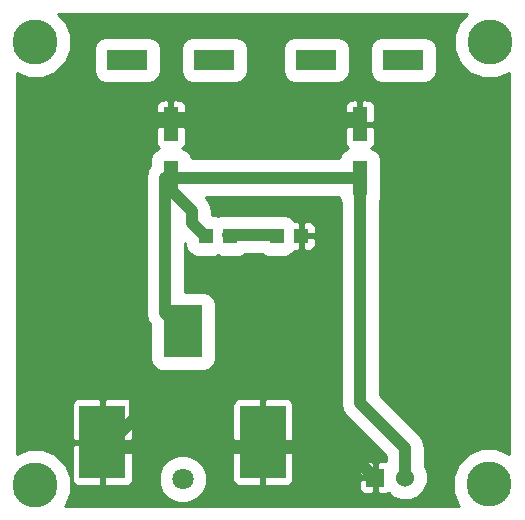
<source format=gtl>
G04 (created by PCBNEW-RS274X (2011-05-25)-stable) date Wed 01 Feb 2012 12:44:34 PM EST*
G01*
G70*
G90*
%MOIN*%
G04 Gerber Fmt 3.4, Leading zero omitted, Abs format*
%FSLAX34Y34*%
G04 APERTURE LIST*
%ADD10C,0.006000*%
%ADD11R,0.047200X0.047200*%
%ADD12R,0.129900X0.173200*%
%ADD13R,0.153500X0.244100*%
%ADD14C,0.070900*%
%ADD15C,0.150000*%
%ADD16R,0.050000X0.115000*%
%ADD17R,0.135000X0.065000*%
%ADD18R,0.060000X0.060000*%
%ADD19C,0.060000*%
%ADD20C,0.040000*%
%ADD21C,0.010000*%
G04 APERTURE END LIST*
G54D10*
G54D11*
X41713Y-38945D03*
X42539Y-38945D03*
X39351Y-38945D03*
X40177Y-38945D03*
G54D12*
X38583Y-42126D03*
G54D13*
X35906Y-45826D03*
X41260Y-45826D03*
G54D14*
X38583Y-47047D03*
G54D15*
X33662Y-32480D03*
X48819Y-32480D03*
X48780Y-47226D03*
X33662Y-47244D03*
G54D16*
X44488Y-35221D03*
X44488Y-37021D03*
G54D17*
X43038Y-33071D03*
X45938Y-33071D03*
G54D18*
X45000Y-47000D03*
G54D19*
X46000Y-47000D03*
G54D16*
X38189Y-35221D03*
X38189Y-37021D03*
G54D17*
X36739Y-33071D03*
X39639Y-33071D03*
G54D20*
X41260Y-45826D02*
X41500Y-46000D01*
X41500Y-46000D02*
X44000Y-46000D01*
X44000Y-46000D02*
X45000Y-47000D01*
X38189Y-35221D02*
X38000Y-35000D01*
X38000Y-35000D02*
X37500Y-35000D01*
X37500Y-35000D02*
X37000Y-35500D01*
X37000Y-35500D02*
X37008Y-38551D01*
X37008Y-38551D02*
X37000Y-39732D01*
X37000Y-39732D02*
X37000Y-45000D01*
X37000Y-45000D02*
X36000Y-46000D01*
X36000Y-46000D02*
X35906Y-45826D01*
X41260Y-45826D02*
X41500Y-46000D01*
X38189Y-35221D02*
X38000Y-35000D01*
X38000Y-35000D02*
X44500Y-35000D01*
X44500Y-35000D02*
X44488Y-35221D01*
X35906Y-45826D02*
X36000Y-46000D01*
X36000Y-46000D02*
X41500Y-46000D01*
X41500Y-46000D02*
X41260Y-45826D01*
X39351Y-38945D02*
X39300Y-38907D01*
X39300Y-38907D02*
X38907Y-38514D01*
X38907Y-38514D02*
X38907Y-38121D01*
X38907Y-38121D02*
X38121Y-37335D01*
X38121Y-37335D02*
X38121Y-36942D01*
X38121Y-36942D02*
X38189Y-37021D01*
X44488Y-37021D02*
X44500Y-37000D01*
X44500Y-37000D02*
X44500Y-44500D01*
X44500Y-44500D02*
X46000Y-46000D01*
X46000Y-46000D02*
X46000Y-47000D01*
X44488Y-37021D02*
X44500Y-37000D01*
X38189Y-37021D02*
X38000Y-37000D01*
X38000Y-37000D02*
X44500Y-37000D01*
X44500Y-37000D02*
X44488Y-37021D01*
X38189Y-37021D02*
X38000Y-37000D01*
X38000Y-37000D02*
X38000Y-41500D01*
X38000Y-41500D02*
X38500Y-42000D01*
X38500Y-42000D02*
X38583Y-42126D01*
X40177Y-38945D02*
X40086Y-38907D01*
X40086Y-38907D02*
X41658Y-38907D01*
X41658Y-38907D02*
X41713Y-38945D01*
G54D10*
G36*
X49450Y-46204D02*
X49019Y-46026D01*
X48542Y-46026D01*
X48101Y-46208D01*
X47763Y-46546D01*
X47580Y-46987D01*
X47580Y-47464D01*
X47762Y-47905D01*
X47807Y-47950D01*
X47062Y-47950D01*
X47062Y-33486D01*
X47062Y-33307D01*
X47062Y-32657D01*
X46994Y-32492D01*
X46868Y-32366D01*
X46703Y-32297D01*
X46524Y-32297D01*
X45174Y-32297D01*
X45009Y-32365D01*
X44883Y-32491D01*
X44814Y-32656D01*
X44814Y-32835D01*
X44814Y-33485D01*
X44882Y-33650D01*
X45008Y-33776D01*
X45173Y-33845D01*
X45352Y-33845D01*
X46702Y-33845D01*
X46867Y-33777D01*
X46993Y-33651D01*
X47062Y-33486D01*
X47062Y-47950D01*
X46749Y-47950D01*
X46749Y-47150D01*
X46749Y-46852D01*
X46650Y-46613D01*
X46650Y-46000D01*
X46601Y-45751D01*
X46460Y-45540D01*
X46456Y-45537D01*
X45150Y-44230D01*
X45150Y-37774D01*
X45187Y-37686D01*
X45187Y-37507D01*
X45187Y-36357D01*
X45119Y-36192D01*
X44993Y-36066D01*
X44865Y-36012D01*
X44879Y-36007D01*
X44949Y-35937D01*
X44987Y-35846D01*
X44987Y-35747D01*
X44988Y-35333D01*
X44988Y-35109D01*
X44987Y-34695D01*
X44987Y-34596D01*
X44949Y-34505D01*
X44879Y-34435D01*
X44787Y-34397D01*
X44600Y-34396D01*
X44538Y-34458D01*
X44538Y-35171D01*
X44926Y-35171D01*
X44988Y-35109D01*
X44988Y-35333D01*
X44926Y-35271D01*
X44588Y-35271D01*
X44538Y-35271D01*
X44438Y-35271D01*
X44438Y-35171D01*
X44438Y-34458D01*
X44376Y-34396D01*
X44189Y-34397D01*
X44162Y-34408D01*
X44162Y-33486D01*
X44162Y-33307D01*
X44162Y-32657D01*
X44094Y-32492D01*
X43968Y-32366D01*
X43803Y-32297D01*
X43624Y-32297D01*
X42274Y-32297D01*
X42109Y-32365D01*
X41983Y-32491D01*
X41914Y-32656D01*
X41914Y-32835D01*
X41914Y-33485D01*
X41982Y-33650D01*
X42108Y-33776D01*
X42273Y-33845D01*
X42452Y-33845D01*
X43802Y-33845D01*
X43967Y-33777D01*
X44093Y-33651D01*
X44162Y-33486D01*
X44162Y-34408D01*
X44097Y-34435D01*
X44027Y-34505D01*
X43989Y-34596D01*
X43989Y-34695D01*
X43988Y-35109D01*
X44050Y-35171D01*
X44438Y-35171D01*
X44438Y-35271D01*
X44388Y-35271D01*
X44050Y-35271D01*
X43988Y-35333D01*
X43989Y-35747D01*
X43989Y-35846D01*
X44027Y-35937D01*
X44097Y-36007D01*
X44110Y-36012D01*
X43984Y-36065D01*
X43858Y-36191D01*
X43791Y-36350D01*
X40763Y-36350D01*
X40763Y-33486D01*
X40763Y-33307D01*
X40763Y-32657D01*
X40695Y-32492D01*
X40569Y-32366D01*
X40404Y-32297D01*
X40225Y-32297D01*
X38875Y-32297D01*
X38710Y-32365D01*
X38584Y-32491D01*
X38515Y-32656D01*
X38515Y-32835D01*
X38515Y-33485D01*
X38583Y-33650D01*
X38709Y-33776D01*
X38874Y-33845D01*
X39053Y-33845D01*
X40403Y-33845D01*
X40568Y-33777D01*
X40694Y-33651D01*
X40763Y-33486D01*
X40763Y-36350D01*
X38885Y-36350D01*
X38820Y-36192D01*
X38694Y-36066D01*
X38566Y-36012D01*
X38580Y-36007D01*
X38650Y-35937D01*
X38688Y-35846D01*
X38688Y-35747D01*
X38689Y-35333D01*
X38689Y-35109D01*
X38688Y-34695D01*
X38688Y-34596D01*
X38650Y-34505D01*
X38580Y-34435D01*
X38488Y-34397D01*
X38301Y-34396D01*
X38239Y-34458D01*
X38239Y-35171D01*
X38627Y-35171D01*
X38689Y-35109D01*
X38689Y-35333D01*
X38627Y-35271D01*
X38289Y-35271D01*
X38239Y-35271D01*
X38139Y-35271D01*
X38139Y-35171D01*
X38139Y-34458D01*
X38077Y-34396D01*
X37890Y-34397D01*
X37863Y-34408D01*
X37863Y-33486D01*
X37863Y-33307D01*
X37863Y-32657D01*
X37795Y-32492D01*
X37669Y-32366D01*
X37504Y-32297D01*
X37325Y-32297D01*
X35975Y-32297D01*
X35810Y-32365D01*
X35684Y-32491D01*
X35615Y-32656D01*
X35615Y-32835D01*
X35615Y-33485D01*
X35683Y-33650D01*
X35809Y-33776D01*
X35974Y-33845D01*
X36153Y-33845D01*
X37503Y-33845D01*
X37668Y-33777D01*
X37794Y-33651D01*
X37863Y-33486D01*
X37863Y-34408D01*
X37798Y-34435D01*
X37728Y-34505D01*
X37690Y-34596D01*
X37690Y-34695D01*
X37689Y-35109D01*
X37751Y-35171D01*
X38139Y-35171D01*
X38139Y-35271D01*
X38089Y-35271D01*
X37751Y-35271D01*
X37689Y-35333D01*
X37690Y-35747D01*
X37690Y-35846D01*
X37728Y-35937D01*
X37798Y-36007D01*
X37811Y-36012D01*
X37685Y-36065D01*
X37559Y-36191D01*
X37490Y-36356D01*
X37490Y-36535D01*
X37490Y-36614D01*
X37488Y-36616D01*
X37430Y-36687D01*
X37419Y-36720D01*
X37399Y-36751D01*
X37380Y-36843D01*
X37354Y-36929D01*
X37356Y-36964D01*
X37350Y-37000D01*
X37350Y-41495D01*
X37349Y-41500D01*
X37399Y-41749D01*
X37485Y-41877D01*
X37485Y-43081D01*
X37553Y-43246D01*
X37679Y-43372D01*
X37844Y-43441D01*
X38023Y-43441D01*
X39321Y-43441D01*
X39486Y-43373D01*
X39612Y-43247D01*
X39681Y-43082D01*
X39681Y-42903D01*
X39681Y-41171D01*
X39613Y-41006D01*
X39487Y-40880D01*
X39322Y-40811D01*
X39143Y-40811D01*
X38650Y-40811D01*
X38650Y-39176D01*
X38666Y-39192D01*
X38666Y-39270D01*
X38734Y-39435D01*
X38860Y-39561D01*
X39025Y-39630D01*
X39204Y-39630D01*
X39676Y-39630D01*
X39764Y-39593D01*
X39851Y-39630D01*
X40030Y-39630D01*
X40502Y-39630D01*
X40667Y-39562D01*
X40672Y-39557D01*
X41218Y-39557D01*
X41222Y-39561D01*
X41387Y-39630D01*
X41566Y-39630D01*
X42038Y-39630D01*
X42203Y-39562D01*
X42329Y-39436D01*
X42331Y-39430D01*
X42427Y-39431D01*
X42489Y-39369D01*
X42489Y-39045D01*
X42489Y-38995D01*
X42489Y-38895D01*
X42489Y-38845D01*
X42489Y-38521D01*
X42427Y-38459D01*
X42331Y-38459D01*
X42330Y-38455D01*
X42204Y-38329D01*
X42039Y-38260D01*
X41860Y-38260D01*
X41673Y-38260D01*
X41658Y-38257D01*
X40092Y-38257D01*
X40088Y-38256D01*
X40067Y-38260D01*
X39852Y-38260D01*
X39763Y-38296D01*
X39677Y-38260D01*
X39572Y-38260D01*
X39557Y-38244D01*
X39557Y-38121D01*
X39508Y-37872D01*
X39367Y-37661D01*
X39363Y-37658D01*
X39355Y-37650D01*
X43789Y-37650D01*
X43789Y-37685D01*
X43850Y-37833D01*
X43850Y-44495D01*
X43849Y-44500D01*
X43899Y-44749D01*
X44040Y-44960D01*
X45350Y-46269D01*
X45350Y-46451D01*
X45349Y-46451D01*
X45112Y-46450D01*
X45050Y-46512D01*
X45050Y-46900D01*
X45050Y-46950D01*
X45050Y-47050D01*
X45050Y-47100D01*
X45050Y-47488D01*
X45112Y-47550D01*
X45349Y-47549D01*
X45441Y-47511D01*
X45446Y-47505D01*
X45575Y-47634D01*
X45850Y-47749D01*
X46148Y-47749D01*
X46423Y-47635D01*
X46634Y-47425D01*
X46749Y-47150D01*
X46749Y-47950D01*
X44950Y-47950D01*
X44950Y-47488D01*
X44950Y-47050D01*
X44950Y-46950D01*
X44950Y-46512D01*
X44888Y-46450D01*
X44651Y-46451D01*
X44559Y-46489D01*
X44489Y-46559D01*
X44451Y-46650D01*
X44451Y-46749D01*
X44450Y-46888D01*
X44512Y-46950D01*
X44950Y-46950D01*
X44950Y-47050D01*
X44512Y-47050D01*
X44450Y-47112D01*
X44451Y-47251D01*
X44451Y-47350D01*
X44489Y-47441D01*
X44559Y-47511D01*
X44651Y-47549D01*
X44888Y-47550D01*
X44950Y-47488D01*
X44950Y-47950D01*
X43025Y-47950D01*
X43025Y-39057D01*
X43025Y-38833D01*
X43024Y-38758D01*
X43024Y-38659D01*
X42986Y-38568D01*
X42916Y-38498D01*
X42824Y-38460D01*
X42651Y-38459D01*
X42589Y-38521D01*
X42589Y-38895D01*
X42963Y-38895D01*
X43025Y-38833D01*
X43025Y-39057D01*
X42963Y-38995D01*
X42589Y-38995D01*
X42589Y-39369D01*
X42651Y-39431D01*
X42824Y-39430D01*
X42916Y-39392D01*
X42986Y-39322D01*
X43024Y-39231D01*
X43024Y-39132D01*
X43025Y-39057D01*
X43025Y-47950D01*
X42277Y-47950D01*
X42277Y-45938D01*
X42277Y-45714D01*
X42276Y-44655D01*
X42276Y-44556D01*
X42238Y-44465D01*
X42168Y-44395D01*
X42076Y-44357D01*
X41372Y-44356D01*
X41310Y-44418D01*
X41310Y-45776D01*
X42215Y-45776D01*
X42277Y-45714D01*
X42277Y-45938D01*
X42215Y-45876D01*
X41310Y-45876D01*
X41310Y-47234D01*
X41372Y-47296D01*
X42076Y-47295D01*
X42168Y-47257D01*
X42238Y-47187D01*
X42276Y-47096D01*
X42276Y-46997D01*
X42277Y-45938D01*
X42277Y-47950D01*
X41210Y-47950D01*
X41210Y-47234D01*
X41210Y-45876D01*
X41210Y-45776D01*
X41210Y-44418D01*
X41148Y-44356D01*
X40444Y-44357D01*
X40352Y-44395D01*
X40282Y-44465D01*
X40244Y-44556D01*
X40244Y-44655D01*
X40243Y-45714D01*
X40305Y-45776D01*
X41210Y-45776D01*
X41210Y-45876D01*
X40305Y-45876D01*
X40243Y-45938D01*
X40244Y-46997D01*
X40244Y-47096D01*
X40282Y-47187D01*
X40352Y-47257D01*
X40444Y-47295D01*
X41148Y-47296D01*
X41210Y-47234D01*
X41210Y-47950D01*
X39386Y-47950D01*
X39386Y-47207D01*
X39386Y-46888D01*
X39264Y-46593D01*
X39038Y-46367D01*
X38743Y-46244D01*
X38424Y-46244D01*
X38129Y-46366D01*
X37903Y-46592D01*
X37780Y-46887D01*
X37780Y-47206D01*
X37902Y-47501D01*
X38128Y-47727D01*
X38423Y-47850D01*
X38742Y-47850D01*
X39037Y-47728D01*
X39263Y-47502D01*
X39386Y-47207D01*
X39386Y-47950D01*
X36923Y-47950D01*
X36923Y-45938D01*
X36923Y-45714D01*
X36922Y-44655D01*
X36922Y-44556D01*
X36884Y-44465D01*
X36814Y-44395D01*
X36722Y-44357D01*
X36018Y-44356D01*
X35956Y-44418D01*
X35956Y-45776D01*
X36861Y-45776D01*
X36923Y-45714D01*
X36923Y-45938D01*
X36861Y-45876D01*
X35956Y-45876D01*
X35956Y-47234D01*
X36018Y-47296D01*
X36722Y-47295D01*
X36814Y-47257D01*
X36884Y-47187D01*
X36922Y-47096D01*
X36922Y-46997D01*
X36923Y-45938D01*
X36923Y-47950D01*
X35856Y-47950D01*
X35856Y-47234D01*
X35856Y-45876D01*
X35856Y-45776D01*
X35856Y-44418D01*
X35794Y-44356D01*
X35090Y-44357D01*
X34998Y-44395D01*
X34928Y-44465D01*
X34890Y-44556D01*
X34890Y-44655D01*
X34889Y-45714D01*
X34951Y-45776D01*
X35856Y-45776D01*
X35856Y-45876D01*
X34951Y-45876D01*
X34889Y-45938D01*
X34890Y-46997D01*
X34890Y-47096D01*
X34928Y-47187D01*
X34998Y-47257D01*
X35090Y-47295D01*
X35794Y-47296D01*
X35856Y-47234D01*
X35856Y-47950D01*
X34653Y-47950D01*
X34679Y-47924D01*
X34862Y-47483D01*
X34862Y-47006D01*
X34680Y-46565D01*
X34342Y-46227D01*
X33901Y-46044D01*
X33424Y-46044D01*
X33050Y-46198D01*
X33050Y-33525D01*
X33423Y-33680D01*
X33900Y-33680D01*
X34341Y-33498D01*
X34679Y-33160D01*
X34862Y-32719D01*
X34862Y-32242D01*
X34680Y-31801D01*
X34429Y-31550D01*
X48052Y-31550D01*
X47802Y-31800D01*
X47619Y-32241D01*
X47619Y-32718D01*
X47801Y-33159D01*
X48139Y-33497D01*
X48580Y-33680D01*
X49057Y-33680D01*
X49450Y-33517D01*
X49450Y-46204D01*
X49450Y-46204D01*
G37*
G54D21*
X49450Y-46204D02*
X49019Y-46026D01*
X48542Y-46026D01*
X48101Y-46208D01*
X47763Y-46546D01*
X47580Y-46987D01*
X47580Y-47464D01*
X47762Y-47905D01*
X47807Y-47950D01*
X47062Y-47950D01*
X47062Y-33486D01*
X47062Y-33307D01*
X47062Y-32657D01*
X46994Y-32492D01*
X46868Y-32366D01*
X46703Y-32297D01*
X46524Y-32297D01*
X45174Y-32297D01*
X45009Y-32365D01*
X44883Y-32491D01*
X44814Y-32656D01*
X44814Y-32835D01*
X44814Y-33485D01*
X44882Y-33650D01*
X45008Y-33776D01*
X45173Y-33845D01*
X45352Y-33845D01*
X46702Y-33845D01*
X46867Y-33777D01*
X46993Y-33651D01*
X47062Y-33486D01*
X47062Y-47950D01*
X46749Y-47950D01*
X46749Y-47150D01*
X46749Y-46852D01*
X46650Y-46613D01*
X46650Y-46000D01*
X46601Y-45751D01*
X46460Y-45540D01*
X46456Y-45537D01*
X45150Y-44230D01*
X45150Y-37774D01*
X45187Y-37686D01*
X45187Y-37507D01*
X45187Y-36357D01*
X45119Y-36192D01*
X44993Y-36066D01*
X44865Y-36012D01*
X44879Y-36007D01*
X44949Y-35937D01*
X44987Y-35846D01*
X44987Y-35747D01*
X44988Y-35333D01*
X44988Y-35109D01*
X44987Y-34695D01*
X44987Y-34596D01*
X44949Y-34505D01*
X44879Y-34435D01*
X44787Y-34397D01*
X44600Y-34396D01*
X44538Y-34458D01*
X44538Y-35171D01*
X44926Y-35171D01*
X44988Y-35109D01*
X44988Y-35333D01*
X44926Y-35271D01*
X44588Y-35271D01*
X44538Y-35271D01*
X44438Y-35271D01*
X44438Y-35171D01*
X44438Y-34458D01*
X44376Y-34396D01*
X44189Y-34397D01*
X44162Y-34408D01*
X44162Y-33486D01*
X44162Y-33307D01*
X44162Y-32657D01*
X44094Y-32492D01*
X43968Y-32366D01*
X43803Y-32297D01*
X43624Y-32297D01*
X42274Y-32297D01*
X42109Y-32365D01*
X41983Y-32491D01*
X41914Y-32656D01*
X41914Y-32835D01*
X41914Y-33485D01*
X41982Y-33650D01*
X42108Y-33776D01*
X42273Y-33845D01*
X42452Y-33845D01*
X43802Y-33845D01*
X43967Y-33777D01*
X44093Y-33651D01*
X44162Y-33486D01*
X44162Y-34408D01*
X44097Y-34435D01*
X44027Y-34505D01*
X43989Y-34596D01*
X43989Y-34695D01*
X43988Y-35109D01*
X44050Y-35171D01*
X44438Y-35171D01*
X44438Y-35271D01*
X44388Y-35271D01*
X44050Y-35271D01*
X43988Y-35333D01*
X43989Y-35747D01*
X43989Y-35846D01*
X44027Y-35937D01*
X44097Y-36007D01*
X44110Y-36012D01*
X43984Y-36065D01*
X43858Y-36191D01*
X43791Y-36350D01*
X40763Y-36350D01*
X40763Y-33486D01*
X40763Y-33307D01*
X40763Y-32657D01*
X40695Y-32492D01*
X40569Y-32366D01*
X40404Y-32297D01*
X40225Y-32297D01*
X38875Y-32297D01*
X38710Y-32365D01*
X38584Y-32491D01*
X38515Y-32656D01*
X38515Y-32835D01*
X38515Y-33485D01*
X38583Y-33650D01*
X38709Y-33776D01*
X38874Y-33845D01*
X39053Y-33845D01*
X40403Y-33845D01*
X40568Y-33777D01*
X40694Y-33651D01*
X40763Y-33486D01*
X40763Y-36350D01*
X38885Y-36350D01*
X38820Y-36192D01*
X38694Y-36066D01*
X38566Y-36012D01*
X38580Y-36007D01*
X38650Y-35937D01*
X38688Y-35846D01*
X38688Y-35747D01*
X38689Y-35333D01*
X38689Y-35109D01*
X38688Y-34695D01*
X38688Y-34596D01*
X38650Y-34505D01*
X38580Y-34435D01*
X38488Y-34397D01*
X38301Y-34396D01*
X38239Y-34458D01*
X38239Y-35171D01*
X38627Y-35171D01*
X38689Y-35109D01*
X38689Y-35333D01*
X38627Y-35271D01*
X38289Y-35271D01*
X38239Y-35271D01*
X38139Y-35271D01*
X38139Y-35171D01*
X38139Y-34458D01*
X38077Y-34396D01*
X37890Y-34397D01*
X37863Y-34408D01*
X37863Y-33486D01*
X37863Y-33307D01*
X37863Y-32657D01*
X37795Y-32492D01*
X37669Y-32366D01*
X37504Y-32297D01*
X37325Y-32297D01*
X35975Y-32297D01*
X35810Y-32365D01*
X35684Y-32491D01*
X35615Y-32656D01*
X35615Y-32835D01*
X35615Y-33485D01*
X35683Y-33650D01*
X35809Y-33776D01*
X35974Y-33845D01*
X36153Y-33845D01*
X37503Y-33845D01*
X37668Y-33777D01*
X37794Y-33651D01*
X37863Y-33486D01*
X37863Y-34408D01*
X37798Y-34435D01*
X37728Y-34505D01*
X37690Y-34596D01*
X37690Y-34695D01*
X37689Y-35109D01*
X37751Y-35171D01*
X38139Y-35171D01*
X38139Y-35271D01*
X38089Y-35271D01*
X37751Y-35271D01*
X37689Y-35333D01*
X37690Y-35747D01*
X37690Y-35846D01*
X37728Y-35937D01*
X37798Y-36007D01*
X37811Y-36012D01*
X37685Y-36065D01*
X37559Y-36191D01*
X37490Y-36356D01*
X37490Y-36535D01*
X37490Y-36614D01*
X37488Y-36616D01*
X37430Y-36687D01*
X37419Y-36720D01*
X37399Y-36751D01*
X37380Y-36843D01*
X37354Y-36929D01*
X37356Y-36964D01*
X37350Y-37000D01*
X37350Y-41495D01*
X37349Y-41500D01*
X37399Y-41749D01*
X37485Y-41877D01*
X37485Y-43081D01*
X37553Y-43246D01*
X37679Y-43372D01*
X37844Y-43441D01*
X38023Y-43441D01*
X39321Y-43441D01*
X39486Y-43373D01*
X39612Y-43247D01*
X39681Y-43082D01*
X39681Y-42903D01*
X39681Y-41171D01*
X39613Y-41006D01*
X39487Y-40880D01*
X39322Y-40811D01*
X39143Y-40811D01*
X38650Y-40811D01*
X38650Y-39176D01*
X38666Y-39192D01*
X38666Y-39270D01*
X38734Y-39435D01*
X38860Y-39561D01*
X39025Y-39630D01*
X39204Y-39630D01*
X39676Y-39630D01*
X39764Y-39593D01*
X39851Y-39630D01*
X40030Y-39630D01*
X40502Y-39630D01*
X40667Y-39562D01*
X40672Y-39557D01*
X41218Y-39557D01*
X41222Y-39561D01*
X41387Y-39630D01*
X41566Y-39630D01*
X42038Y-39630D01*
X42203Y-39562D01*
X42329Y-39436D01*
X42331Y-39430D01*
X42427Y-39431D01*
X42489Y-39369D01*
X42489Y-39045D01*
X42489Y-38995D01*
X42489Y-38895D01*
X42489Y-38845D01*
X42489Y-38521D01*
X42427Y-38459D01*
X42331Y-38459D01*
X42330Y-38455D01*
X42204Y-38329D01*
X42039Y-38260D01*
X41860Y-38260D01*
X41673Y-38260D01*
X41658Y-38257D01*
X40092Y-38257D01*
X40088Y-38256D01*
X40067Y-38260D01*
X39852Y-38260D01*
X39763Y-38296D01*
X39677Y-38260D01*
X39572Y-38260D01*
X39557Y-38244D01*
X39557Y-38121D01*
X39508Y-37872D01*
X39367Y-37661D01*
X39363Y-37658D01*
X39355Y-37650D01*
X43789Y-37650D01*
X43789Y-37685D01*
X43850Y-37833D01*
X43850Y-44495D01*
X43849Y-44500D01*
X43899Y-44749D01*
X44040Y-44960D01*
X45350Y-46269D01*
X45350Y-46451D01*
X45349Y-46451D01*
X45112Y-46450D01*
X45050Y-46512D01*
X45050Y-46900D01*
X45050Y-46950D01*
X45050Y-47050D01*
X45050Y-47100D01*
X45050Y-47488D01*
X45112Y-47550D01*
X45349Y-47549D01*
X45441Y-47511D01*
X45446Y-47505D01*
X45575Y-47634D01*
X45850Y-47749D01*
X46148Y-47749D01*
X46423Y-47635D01*
X46634Y-47425D01*
X46749Y-47150D01*
X46749Y-47950D01*
X44950Y-47950D01*
X44950Y-47488D01*
X44950Y-47050D01*
X44950Y-46950D01*
X44950Y-46512D01*
X44888Y-46450D01*
X44651Y-46451D01*
X44559Y-46489D01*
X44489Y-46559D01*
X44451Y-46650D01*
X44451Y-46749D01*
X44450Y-46888D01*
X44512Y-46950D01*
X44950Y-46950D01*
X44950Y-47050D01*
X44512Y-47050D01*
X44450Y-47112D01*
X44451Y-47251D01*
X44451Y-47350D01*
X44489Y-47441D01*
X44559Y-47511D01*
X44651Y-47549D01*
X44888Y-47550D01*
X44950Y-47488D01*
X44950Y-47950D01*
X43025Y-47950D01*
X43025Y-39057D01*
X43025Y-38833D01*
X43024Y-38758D01*
X43024Y-38659D01*
X42986Y-38568D01*
X42916Y-38498D01*
X42824Y-38460D01*
X42651Y-38459D01*
X42589Y-38521D01*
X42589Y-38895D01*
X42963Y-38895D01*
X43025Y-38833D01*
X43025Y-39057D01*
X42963Y-38995D01*
X42589Y-38995D01*
X42589Y-39369D01*
X42651Y-39431D01*
X42824Y-39430D01*
X42916Y-39392D01*
X42986Y-39322D01*
X43024Y-39231D01*
X43024Y-39132D01*
X43025Y-39057D01*
X43025Y-47950D01*
X42277Y-47950D01*
X42277Y-45938D01*
X42277Y-45714D01*
X42276Y-44655D01*
X42276Y-44556D01*
X42238Y-44465D01*
X42168Y-44395D01*
X42076Y-44357D01*
X41372Y-44356D01*
X41310Y-44418D01*
X41310Y-45776D01*
X42215Y-45776D01*
X42277Y-45714D01*
X42277Y-45938D01*
X42215Y-45876D01*
X41310Y-45876D01*
X41310Y-47234D01*
X41372Y-47296D01*
X42076Y-47295D01*
X42168Y-47257D01*
X42238Y-47187D01*
X42276Y-47096D01*
X42276Y-46997D01*
X42277Y-45938D01*
X42277Y-47950D01*
X41210Y-47950D01*
X41210Y-47234D01*
X41210Y-45876D01*
X41210Y-45776D01*
X41210Y-44418D01*
X41148Y-44356D01*
X40444Y-44357D01*
X40352Y-44395D01*
X40282Y-44465D01*
X40244Y-44556D01*
X40244Y-44655D01*
X40243Y-45714D01*
X40305Y-45776D01*
X41210Y-45776D01*
X41210Y-45876D01*
X40305Y-45876D01*
X40243Y-45938D01*
X40244Y-46997D01*
X40244Y-47096D01*
X40282Y-47187D01*
X40352Y-47257D01*
X40444Y-47295D01*
X41148Y-47296D01*
X41210Y-47234D01*
X41210Y-47950D01*
X39386Y-47950D01*
X39386Y-47207D01*
X39386Y-46888D01*
X39264Y-46593D01*
X39038Y-46367D01*
X38743Y-46244D01*
X38424Y-46244D01*
X38129Y-46366D01*
X37903Y-46592D01*
X37780Y-46887D01*
X37780Y-47206D01*
X37902Y-47501D01*
X38128Y-47727D01*
X38423Y-47850D01*
X38742Y-47850D01*
X39037Y-47728D01*
X39263Y-47502D01*
X39386Y-47207D01*
X39386Y-47950D01*
X36923Y-47950D01*
X36923Y-45938D01*
X36923Y-45714D01*
X36922Y-44655D01*
X36922Y-44556D01*
X36884Y-44465D01*
X36814Y-44395D01*
X36722Y-44357D01*
X36018Y-44356D01*
X35956Y-44418D01*
X35956Y-45776D01*
X36861Y-45776D01*
X36923Y-45714D01*
X36923Y-45938D01*
X36861Y-45876D01*
X35956Y-45876D01*
X35956Y-47234D01*
X36018Y-47296D01*
X36722Y-47295D01*
X36814Y-47257D01*
X36884Y-47187D01*
X36922Y-47096D01*
X36922Y-46997D01*
X36923Y-45938D01*
X36923Y-47950D01*
X35856Y-47950D01*
X35856Y-47234D01*
X35856Y-45876D01*
X35856Y-45776D01*
X35856Y-44418D01*
X35794Y-44356D01*
X35090Y-44357D01*
X34998Y-44395D01*
X34928Y-44465D01*
X34890Y-44556D01*
X34890Y-44655D01*
X34889Y-45714D01*
X34951Y-45776D01*
X35856Y-45776D01*
X35856Y-45876D01*
X34951Y-45876D01*
X34889Y-45938D01*
X34890Y-46997D01*
X34890Y-47096D01*
X34928Y-47187D01*
X34998Y-47257D01*
X35090Y-47295D01*
X35794Y-47296D01*
X35856Y-47234D01*
X35856Y-47950D01*
X34653Y-47950D01*
X34679Y-47924D01*
X34862Y-47483D01*
X34862Y-47006D01*
X34680Y-46565D01*
X34342Y-46227D01*
X33901Y-46044D01*
X33424Y-46044D01*
X33050Y-46198D01*
X33050Y-33525D01*
X33423Y-33680D01*
X33900Y-33680D01*
X34341Y-33498D01*
X34679Y-33160D01*
X34862Y-32719D01*
X34862Y-32242D01*
X34680Y-31801D01*
X34429Y-31550D01*
X48052Y-31550D01*
X47802Y-31800D01*
X47619Y-32241D01*
X47619Y-32718D01*
X47801Y-33159D01*
X48139Y-33497D01*
X48580Y-33680D01*
X49057Y-33680D01*
X49450Y-33517D01*
X49450Y-46204D01*
M02*

</source>
